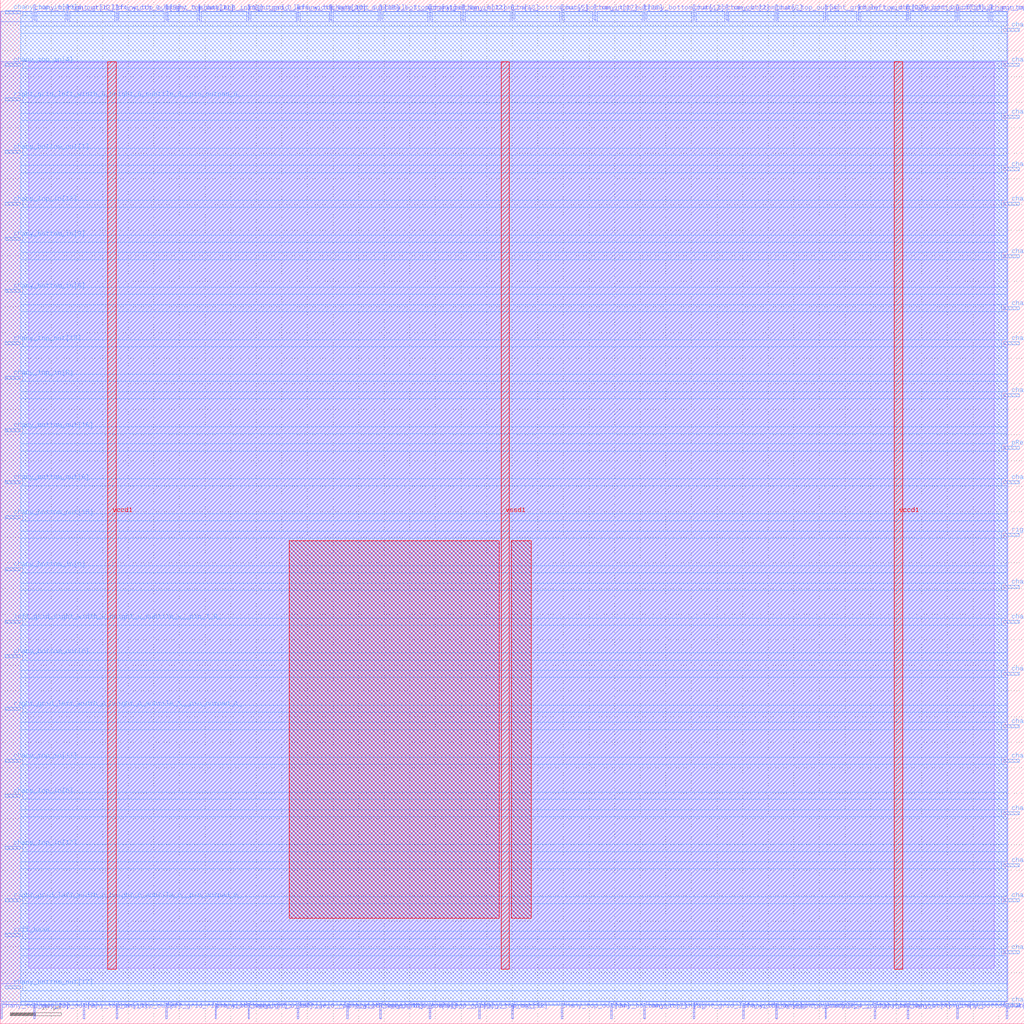
<source format=lef>
VERSION 5.7 ;
  NOWIREEXTENSIONATPIN ON ;
  DIVIDERCHAR "/" ;
  BUSBITCHARS "[]" ;
MACRO cby_4__1_
  CLASS BLOCK ;
  FOREIGN cby_4__1_ ;
  ORIGIN 0.000 0.000 ;
  SIZE 200.000 BY 200.000 ;
  PIN ccff_head
    DIRECTION INPUT ;
    USE SIGNAL ;
    PORT
      LAYER met3 ;
        RECT 1.000 17.040 4.000 17.640 ;
    END
  END ccff_head
  PIN ccff_tail
    DIRECTION OUTPUT TRISTATE ;
    USE SIGNAL ;
    PORT
      LAYER met2 ;
        RECT 186.850 196.000 187.130 199.000 ;
    END
  END ccff_tail
  PIN chany_bottom_in[0]
    DIRECTION INPUT ;
    USE SIGNAL ;
    PORT
      LAYER met3 ;
        RECT 1.000 88.440 4.000 89.040 ;
    END
  END chany_bottom_in[0]
  PIN chany_bottom_in[10]
    DIRECTION INPUT ;
    USE SIGNAL ;
    PORT
      LAYER met2 ;
        RECT 177.190 1.000 177.470 4.000 ;
    END
  END chany_bottom_in[10]
  PIN chany_bottom_in[11]
    DIRECTION INPUT ;
    USE SIGNAL ;
    PORT
      LAYER met2 ;
        RECT 74.150 196.000 74.430 199.000 ;
    END
  END chany_bottom_in[11]
  PIN chany_bottom_in[12]
    DIRECTION INPUT ;
    USE SIGNAL ;
    PORT
      LAYER met2 ;
        RECT 83.810 196.000 84.090 199.000 ;
    END
  END chany_bottom_in[12]
  PIN chany_bottom_in[13]
    DIRECTION INPUT ;
    USE SIGNAL ;
    PORT
      LAYER met2 ;
        RECT 90.250 196.000 90.530 199.000 ;
    END
  END chany_bottom_in[13]
  PIN chany_bottom_in[14]
    DIRECTION INPUT ;
    USE SIGNAL ;
    PORT
      LAYER met2 ;
        RECT 74.150 1.000 74.430 4.000 ;
    END
  END chany_bottom_in[14]
  PIN chany_bottom_in[15]
    DIRECTION INPUT ;
    USE SIGNAL ;
    PORT
      LAYER met3 ;
        RECT 196.000 40.840 199.000 41.440 ;
    END
  END chany_bottom_in[15]
  PIN chany_bottom_in[16]
    DIRECTION INPUT ;
    USE SIGNAL ;
    PORT
      LAYER met2 ;
        RECT 177.190 196.000 177.470 199.000 ;
    END
  END chany_bottom_in[16]
  PIN chany_bottom_in[17]
    DIRECTION INPUT ;
    USE SIGNAL ;
    PORT
      LAYER met2 ;
        RECT 109.570 196.000 109.850 199.000 ;
    END
  END chany_bottom_in[17]
  PIN chany_bottom_in[18]
    DIRECTION INPUT ;
    USE SIGNAL ;
    PORT
      LAYER met2 ;
        RECT 67.710 1.000 67.990 4.000 ;
    END
  END chany_bottom_in[18]
  PIN chany_bottom_in[1]
    DIRECTION INPUT ;
    USE SIGNAL ;
    PORT
      LAYER met3 ;
        RECT 196.000 57.840 199.000 58.440 ;
    END
  END chany_bottom_in[1]
  PIN chany_bottom_in[2]
    DIRECTION INPUT ;
    USE SIGNAL ;
    PORT
      LAYER met3 ;
        RECT 196.000 85.040 199.000 85.640 ;
    END
  END chany_bottom_in[2]
  PIN chany_bottom_in[3]
    DIRECTION INPUT ;
    USE SIGNAL ;
    PORT
      LAYER met3 ;
        RECT 196.000 176.840 199.000 177.440 ;
    END
  END chany_bottom_in[3]
  PIN chany_bottom_in[4]
    DIRECTION INPUT ;
    USE SIGNAL ;
    PORT
      LAYER met3 ;
        RECT 196.000 159.840 199.000 160.440 ;
    END
  END chany_bottom_in[4]
  PIN chany_bottom_in[5]
    DIRECTION INPUT ;
    USE SIGNAL ;
    PORT
      LAYER met3 ;
        RECT 196.000 23.840 199.000 24.440 ;
    END
  END chany_bottom_in[5]
  PIN chany_bottom_in[6]
    DIRECTION INPUT ;
    USE SIGNAL ;
    PORT
      LAYER met3 ;
        RECT 1.000 142.840 4.000 143.440 ;
    END
  END chany_bottom_in[6]
  PIN chany_bottom_in[7]
    DIRECTION INPUT ;
    USE SIGNAL ;
    PORT
      LAYER met2 ;
        RECT 41.950 1.000 42.230 4.000 ;
    END
  END chany_bottom_in[7]
  PIN chany_bottom_in[8]
    DIRECTION INPUT ;
    USE SIGNAL ;
    PORT
      LAYER met3 ;
        RECT 196.000 132.640 199.000 133.240 ;
    END
  END chany_bottom_in[8]
  PIN chany_bottom_in[9]
    DIRECTION INPUT ;
    USE SIGNAL ;
    PORT
      LAYER met3 ;
        RECT 1.000 153.040 4.000 153.640 ;
    END
  END chany_bottom_in[9]
  PIN chany_bottom_out[0]
    DIRECTION OUTPUT TRISTATE ;
    USE SIGNAL ;
    PORT
      LAYER met3 ;
        RECT 1.000 71.440 4.000 72.040 ;
    END
  END chany_bottom_out[0]
  PIN chany_bottom_out[10]
    DIRECTION OUTPUT TRISTATE ;
    USE SIGNAL ;
    PORT
      LAYER met3 ;
        RECT 196.000 139.440 199.000 140.040 ;
    END
  END chany_bottom_out[10]
  PIN chany_bottom_out[11]
    DIRECTION OUTPUT TRISTATE ;
    USE SIGNAL ;
    PORT
      LAYER met2 ;
        RECT 186.850 1.000 187.130 4.000 ;
    END
  END chany_bottom_out[11]
  PIN chany_bottom_out[12]
    DIRECTION OUTPUT TRISTATE ;
    USE SIGNAL ;
    PORT
      LAYER met2 ;
        RECT 125.670 196.000 125.950 199.000 ;
    END
  END chany_bottom_out[12]
  PIN chany_bottom_out[13]
    DIRECTION OUTPUT TRISTATE ;
    USE SIGNAL ;
    PORT
      LAYER met2 ;
        RECT 6.530 196.000 6.810 199.000 ;
    END
  END chany_bottom_out[13]
  PIN chany_bottom_out[14]
    DIRECTION OUTPUT TRISTATE ;
    USE SIGNAL ;
    PORT
      LAYER met3 ;
        RECT 196.000 149.640 199.000 150.240 ;
    END
  END chany_bottom_out[14]
  PIN chany_bottom_out[15]
    DIRECTION OUTPUT TRISTATE ;
    USE SIGNAL ;
    PORT
      LAYER met3 ;
        RECT 1.000 98.640 4.000 99.240 ;
    END
  END chany_bottom_out[15]
  PIN chany_bottom_out[16]
    DIRECTION OUTPUT TRISTATE ;
    USE SIGNAL ;
    PORT
      LAYER met3 ;
        RECT 1.000 115.640 4.000 116.240 ;
    END
  END chany_bottom_out[16]
  PIN chany_bottom_out[17]
    DIRECTION OUTPUT TRISTATE ;
    USE SIGNAL ;
    PORT
      LAYER met3 ;
        RECT 1.000 6.840 4.000 7.440 ;
    END
  END chany_bottom_out[17]
  PIN chany_bottom_out[18]
    DIRECTION OUTPUT TRISTATE ;
    USE SIGNAL ;
    PORT
      LAYER met2 ;
        RECT 151.430 1.000 151.710 4.000 ;
    END
  END chany_bottom_out[18]
  PIN chany_bottom_out[1]
    DIRECTION OUTPUT TRISTATE ;
    USE SIGNAL ;
    PORT
      LAYER met3 ;
        RECT 1.000 170.040 4.000 170.640 ;
    END
  END chany_bottom_out[1]
  PIN chany_bottom_out[2]
    DIRECTION OUTPUT TRISTATE ;
    USE SIGNAL ;
    PORT
      LAYER met2 ;
        RECT 135.330 196.000 135.610 199.000 ;
    END
  END chany_bottom_out[2]
  PIN chany_bottom_out[3]
    DIRECTION OUTPUT TRISTATE ;
    USE SIGNAL ;
    PORT
      LAYER met2 ;
        RECT 141.770 196.000 142.050 199.000 ;
    END
  END chany_bottom_out[3]
  PIN chany_bottom_out[4]
    DIRECTION OUTPUT TRISTATE ;
    USE SIGNAL ;
    PORT
      LAYER met2 ;
        RECT 170.750 1.000 171.030 4.000 ;
    END
  END chany_bottom_out[4]
  PIN chany_bottom_out[5]
    DIRECTION OUTPUT TRISTATE ;
    USE SIGNAL ;
    PORT
      LAYER met2 ;
        RECT 99.910 196.000 100.190 199.000 ;
    END
  END chany_bottom_out[5]
  PIN chany_bottom_out[6]
    DIRECTION OUTPUT TRISTATE ;
    USE SIGNAL ;
    PORT
      LAYER met3 ;
        RECT 196.000 166.640 199.000 167.240 ;
    END
  END chany_bottom_out[6]
  PIN chany_bottom_out[7]
    DIRECTION OUTPUT TRISTATE ;
    USE SIGNAL ;
    PORT
      LAYER met2 ;
        RECT 119.230 1.000 119.510 4.000 ;
    END
  END chany_bottom_out[7]
  PIN chany_bottom_out[8]
    DIRECTION OUTPUT TRISTATE ;
    USE SIGNAL ;
    PORT
      LAYER met3 ;
        RECT 1.000 105.440 4.000 106.040 ;
    END
  END chany_bottom_out[8]
  PIN chany_bottom_out[9]
    DIRECTION OUTPUT TRISTATE ;
    USE SIGNAL ;
    PORT
      LAYER met3 ;
        RECT 196.000 3.440 199.000 4.040 ;
    END
  END chany_bottom_out[9]
  PIN chany_top_in[0]
    DIRECTION INPUT ;
    USE SIGNAL ;
    PORT
      LAYER met3 ;
        RECT 196.000 78.240 199.000 78.840 ;
    END
  END chany_top_in[0]
  PIN chany_top_in[10]
    DIRECTION INPUT ;
    USE SIGNAL ;
    PORT
      LAYER met3 ;
        RECT 1.000 197.240 4.000 197.840 ;
    END
  END chany_top_in[10]
  PIN chany_top_in[11]
    DIRECTION INPUT ;
    USE SIGNAL ;
    PORT
      LAYER met3 ;
        RECT 1.000 51.040 4.000 51.640 ;
    END
  END chany_top_in[11]
  PIN chany_top_in[12]
    DIRECTION INPUT ;
    USE SIGNAL ;
    PORT
      LAYER met3 ;
        RECT 1.000 159.840 4.000 160.440 ;
    END
  END chany_top_in[12]
  PIN chany_top_in[13]
    DIRECTION INPUT ;
    USE SIGNAL ;
    PORT
      LAYER met3 ;
        RECT 1.000 34.040 4.000 34.640 ;
    END
  END chany_top_in[13]
  PIN chany_top_in[14]
    DIRECTION INPUT ;
    USE SIGNAL ;
    PORT
      LAYER met3 ;
        RECT 196.000 187.040 199.000 187.640 ;
    END
  END chany_top_in[14]
  PIN chany_top_in[15]
    DIRECTION INPUT ;
    USE SIGNAL ;
    PORT
      LAYER met2 ;
        RECT 38.730 196.000 39.010 199.000 ;
    END
  END chany_top_in[15]
  PIN chany_top_in[16]
    DIRECTION INPUT ;
    USE SIGNAL ;
    PORT
      LAYER met2 ;
        RECT 16.190 1.000 16.470 4.000 ;
    END
  END chany_top_in[16]
  PIN chany_top_in[17]
    DIRECTION INPUT ;
    USE SIGNAL ;
    PORT
      LAYER met2 ;
        RECT 48.390 1.000 48.670 4.000 ;
    END
  END chany_top_in[17]
  PIN chany_top_in[18]
    DIRECTION INPUT ;
    USE SIGNAL ;
    PORT
      LAYER met2 ;
        RECT 161.090 1.000 161.370 4.000 ;
    END
  END chany_top_in[18]
  PIN chany_top_in[1]
    DIRECTION INPUT ;
    USE SIGNAL ;
    PORT
      LAYER met3 ;
        RECT 196.000 68.040 199.000 68.640 ;
    END
  END chany_top_in[1]
  PIN chany_top_in[2]
    DIRECTION INPUT ;
    USE SIGNAL ;
    PORT
      LAYER met3 ;
        RECT 196.000 30.640 199.000 31.240 ;
    END
  END chany_top_in[2]
  PIN chany_top_in[3]
    DIRECTION INPUT ;
    USE SIGNAL ;
    PORT
      LAYER met2 ;
        RECT 125.670 1.000 125.950 4.000 ;
    END
  END chany_top_in[3]
  PIN chany_top_in[4]
    DIRECTION INPUT ;
    USE SIGNAL ;
    PORT
      LAYER met3 ;
        RECT 1.000 187.040 4.000 187.640 ;
    END
  END chany_top_in[4]
  PIN chany_top_in[5]
    DIRECTION INPUT ;
    USE SIGNAL ;
    PORT
      LAYER met2 ;
        RECT 196.510 1.000 196.790 4.000 ;
    END
  END chany_top_in[5]
  PIN chany_top_in[6]
    DIRECTION INPUT ;
    USE SIGNAL ;
    PORT
      LAYER met3 ;
        RECT 1.000 44.240 4.000 44.840 ;
    END
  END chany_top_in[6]
  PIN chany_top_in[7]
    DIRECTION INPUT ;
    USE SIGNAL ;
    PORT
      LAYER met3 ;
        RECT 196.000 51.040 199.000 51.640 ;
    END
  END chany_top_in[7]
  PIN chany_top_in[8]
    DIRECTION INPUT ;
    USE SIGNAL ;
    PORT
      LAYER met3 ;
        RECT 1.000 125.840 4.000 126.440 ;
    END
  END chany_top_in[8]
  PIN chany_top_in[9]
    DIRECTION INPUT ;
    USE SIGNAL ;
    PORT
      LAYER met2 ;
        RECT 144.990 1.000 145.270 4.000 ;
    END
  END chany_top_in[9]
  PIN chany_top_out[0]
    DIRECTION OUTPUT TRISTATE ;
    USE SIGNAL ;
    PORT
      LAYER met3 ;
        RECT 196.000 122.440 199.000 123.040 ;
    END
  END chany_top_out[0]
  PIN chany_top_out[10]
    DIRECTION OUTPUT TRISTATE ;
    USE SIGNAL ;
    PORT
      LAYER met2 ;
        RECT 58.050 196.000 58.330 199.000 ;
    END
  END chany_top_out[10]
  PIN chany_top_out[11]
    DIRECTION OUTPUT TRISTATE ;
    USE SIGNAL ;
    PORT
      LAYER met2 ;
        RECT 32.290 196.000 32.570 199.000 ;
    END
  END chany_top_out[11]
  PIN chany_top_out[12]
    DIRECTION OUTPUT TRISTATE ;
    USE SIGNAL ;
    PORT
      LAYER met2 ;
        RECT 93.470 1.000 93.750 4.000 ;
    END
  END chany_top_out[12]
  PIN chany_top_out[13]
    DIRECTION OUTPUT TRISTATE ;
    USE SIGNAL ;
    PORT
      LAYER met2 ;
        RECT 0.090 1.000 0.370 4.000 ;
    END
  END chany_top_out[13]
  PIN chany_top_out[14]
    DIRECTION OUTPUT TRISTATE ;
    USE SIGNAL ;
    PORT
      LAYER met2 ;
        RECT 109.570 1.000 109.850 4.000 ;
    END
  END chany_top_out[14]
  PIN chany_top_out[15]
    DIRECTION OUTPUT TRISTATE ;
    USE SIGNAL ;
    PORT
      LAYER met2 ;
        RECT 64.490 196.000 64.770 199.000 ;
    END
  END chany_top_out[15]
  PIN chany_top_out[16]
    DIRECTION OUTPUT TRISTATE ;
    USE SIGNAL ;
    PORT
      LAYER met2 ;
        RECT 116.010 196.000 116.290 199.000 ;
    END
  END chany_top_out[16]
  PIN chany_top_out[17]
    DIRECTION OUTPUT TRISTATE ;
    USE SIGNAL ;
    PORT
      LAYER met2 ;
        RECT 167.530 196.000 167.810 199.000 ;
    END
  END chany_top_out[17]
  PIN chany_top_out[18]
    DIRECTION OUTPUT TRISTATE ;
    USE SIGNAL ;
    PORT
      LAYER met3 ;
        RECT 1.000 132.640 4.000 133.240 ;
    END
  END chany_top_out[18]
  PIN chany_top_out[1]
    DIRECTION OUTPUT TRISTATE ;
    USE SIGNAL ;
    PORT
      LAYER met2 ;
        RECT 22.630 1.000 22.910 4.000 ;
    END
  END chany_top_out[1]
  PIN chany_top_out[2]
    DIRECTION OUTPUT TRISTATE ;
    USE SIGNAL ;
    PORT
      LAYER met2 ;
        RECT 6.530 1.000 6.810 4.000 ;
    END
  END chany_top_out[2]
  PIN chany_top_out[3]
    DIRECTION OUTPUT TRISTATE ;
    USE SIGNAL ;
    PORT
      LAYER met2 ;
        RECT 193.290 196.000 193.570 199.000 ;
    END
  END chany_top_out[3]
  PIN chany_top_out[4]
    DIRECTION OUTPUT TRISTATE ;
    USE SIGNAL ;
    PORT
      LAYER met2 ;
        RECT 151.430 196.000 151.710 199.000 ;
    END
  END chany_top_out[4]
  PIN chany_top_out[5]
    DIRECTION OUTPUT TRISTATE ;
    USE SIGNAL ;
    PORT
      LAYER met2 ;
        RECT 83.810 1.000 84.090 4.000 ;
    END
  END chany_top_out[5]
  PIN chany_top_out[6]
    DIRECTION OUTPUT TRISTATE ;
    USE SIGNAL ;
    PORT
      LAYER met3 ;
        RECT 196.000 193.840 199.000 194.440 ;
    END
  END chany_top_out[6]
  PIN chany_top_out[7]
    DIRECTION OUTPUT TRISTATE ;
    USE SIGNAL ;
    PORT
      LAYER met3 ;
        RECT 196.000 13.640 199.000 14.240 ;
    END
  END chany_top_out[7]
  PIN chany_top_out[8]
    DIRECTION OUTPUT TRISTATE ;
    USE SIGNAL ;
    PORT
      LAYER met2 ;
        RECT 22.630 196.000 22.910 199.000 ;
    END
  END chany_top_out[8]
  PIN chany_top_out[9]
    DIRECTION OUTPUT TRISTATE ;
    USE SIGNAL ;
    PORT
      LAYER met3 ;
        RECT 196.000 105.440 199.000 106.040 ;
    END
  END chany_top_out[9]
  PIN left_grid_right_width_0_height_0_subtile_0__pin_I_1_
    DIRECTION OUTPUT TRISTATE ;
    USE SIGNAL ;
    PORT
      LAYER met2 ;
        RECT 32.290 1.000 32.570 4.000 ;
    END
  END left_grid_right_width_0_height_0_subtile_0__pin_I_1_
  PIN left_grid_right_width_0_height_0_subtile_0__pin_I_5_
    DIRECTION OUTPUT TRISTATE ;
    USE SIGNAL ;
    PORT
      LAYER met2 ;
        RECT 58.050 1.000 58.330 4.000 ;
    END
  END left_grid_right_width_0_height_0_subtile_0__pin_I_5_
  PIN left_grid_right_width_0_height_0_subtile_0__pin_I_9_
    DIRECTION OUTPUT TRISTATE ;
    USE SIGNAL ;
    PORT
      LAYER met3 ;
        RECT 1.000 78.240 4.000 78.840 ;
    END
  END left_grid_right_width_0_height_0_subtile_0__pin_I_9_
  PIN pReset
    DIRECTION INPUT ;
    USE SIGNAL ;
    PORT
      LAYER met3 ;
        RECT 196.000 112.240 199.000 112.840 ;
    END
  END pReset
  PIN prog_clk
    DIRECTION INPUT ;
    USE SIGNAL ;
    PORT
      LAYER met2 ;
        RECT 99.910 1.000 100.190 4.000 ;
    END
  END prog_clk
  PIN right_grid_left_width_0_height_0_subtile_0__pin_outpad_0_
    DIRECTION OUTPUT TRISTATE ;
    USE SIGNAL ;
    PORT
      LAYER met3 ;
        RECT 1.000 23.840 4.000 24.440 ;
    END
  END right_grid_left_width_0_height_0_subtile_0__pin_outpad_0_
  PIN right_grid_left_width_0_height_0_subtile_1__pin_outpad_0_
    DIRECTION OUTPUT TRISTATE ;
    USE SIGNAL ;
    PORT
      LAYER met2 ;
        RECT 161.090 196.000 161.370 199.000 ;
    END
  END right_grid_left_width_0_height_0_subtile_1__pin_outpad_0_
  PIN right_grid_left_width_0_height_0_subtile_2__pin_outpad_0_
    DIRECTION OUTPUT TRISTATE ;
    USE SIGNAL ;
    PORT
      LAYER met2 ;
        RECT 12.970 196.000 13.250 199.000 ;
    END
  END right_grid_left_width_0_height_0_subtile_2__pin_outpad_0_
  PIN right_grid_left_width_0_height_0_subtile_3__pin_outpad_0_
    DIRECTION OUTPUT TRISTATE ;
    USE SIGNAL ;
    PORT
      LAYER met2 ;
        RECT 48.390 196.000 48.670 199.000 ;
    END
  END right_grid_left_width_0_height_0_subtile_3__pin_outpad_0_
  PIN right_grid_left_width_0_height_0_subtile_4__pin_outpad_0_
    DIRECTION OUTPUT TRISTATE ;
    USE SIGNAL ;
    PORT
      LAYER met2 ;
        RECT 135.330 1.000 135.610 4.000 ;
    END
  END right_grid_left_width_0_height_0_subtile_4__pin_outpad_0_
  PIN right_grid_left_width_0_height_0_subtile_5__pin_outpad_0_
    DIRECTION OUTPUT TRISTATE ;
    USE SIGNAL ;
    PORT
      LAYER met3 ;
        RECT 1.000 61.240 4.000 61.840 ;
    END
  END right_grid_left_width_0_height_0_subtile_5__pin_outpad_0_
  PIN right_grid_left_width_0_height_0_subtile_6__pin_outpad_0_
    DIRECTION OUTPUT TRISTATE ;
    USE SIGNAL ;
    PORT
      LAYER met3 ;
        RECT 1.000 180.240 4.000 180.840 ;
    END
  END right_grid_left_width_0_height_0_subtile_6__pin_outpad_0_
  PIN right_grid_left_width_0_height_0_subtile_7__pin_outpad_0_
    DIRECTION OUTPUT TRISTATE ;
    USE SIGNAL ;
    PORT
      LAYER met3 ;
        RECT 196.000 95.240 199.000 95.840 ;
    END
  END right_grid_left_width_0_height_0_subtile_7__pin_outpad_0_
  PIN vccd1
    DIRECTION INOUT ;
    USE POWER ;
    PORT
      LAYER met4 ;
        RECT 21.040 10.640 22.640 187.920 ;
    END
    PORT
      LAYER met4 ;
        RECT 174.640 10.640 176.240 187.920 ;
    END
  END vccd1
  PIN vssd1
    DIRECTION INOUT ;
    USE GROUND ;
    PORT
      LAYER met4 ;
        RECT 97.840 10.640 99.440 187.920 ;
    END
  END vssd1
  OBS
      LAYER li1 ;
        RECT 5.520 10.795 194.120 187.765 ;
      LAYER met1 ;
        RECT 0.070 7.860 196.810 187.920 ;
      LAYER met2 ;
        RECT 0.100 195.720 6.250 197.725 ;
        RECT 7.090 195.720 12.690 197.725 ;
        RECT 13.530 195.720 22.350 197.725 ;
        RECT 23.190 195.720 32.010 197.725 ;
        RECT 32.850 195.720 38.450 197.725 ;
        RECT 39.290 195.720 48.110 197.725 ;
        RECT 48.950 195.720 57.770 197.725 ;
        RECT 58.610 195.720 64.210 197.725 ;
        RECT 65.050 195.720 73.870 197.725 ;
        RECT 74.710 195.720 83.530 197.725 ;
        RECT 84.370 195.720 89.970 197.725 ;
        RECT 90.810 195.720 99.630 197.725 ;
        RECT 100.470 195.720 109.290 197.725 ;
        RECT 110.130 195.720 115.730 197.725 ;
        RECT 116.570 195.720 125.390 197.725 ;
        RECT 126.230 195.720 135.050 197.725 ;
        RECT 135.890 195.720 141.490 197.725 ;
        RECT 142.330 195.720 151.150 197.725 ;
        RECT 151.990 195.720 160.810 197.725 ;
        RECT 161.650 195.720 167.250 197.725 ;
        RECT 168.090 195.720 176.910 197.725 ;
        RECT 177.750 195.720 186.570 197.725 ;
        RECT 187.410 195.720 193.010 197.725 ;
        RECT 193.850 195.720 196.780 197.725 ;
        RECT 0.100 4.280 196.780 195.720 ;
        RECT 0.650 3.670 6.250 4.280 ;
        RECT 7.090 3.670 15.910 4.280 ;
        RECT 16.750 3.670 22.350 4.280 ;
        RECT 23.190 3.670 32.010 4.280 ;
        RECT 32.850 3.670 41.670 4.280 ;
        RECT 42.510 3.670 48.110 4.280 ;
        RECT 48.950 3.670 57.770 4.280 ;
        RECT 58.610 3.670 67.430 4.280 ;
        RECT 68.270 3.670 73.870 4.280 ;
        RECT 74.710 3.670 83.530 4.280 ;
        RECT 84.370 3.670 93.190 4.280 ;
        RECT 94.030 3.670 99.630 4.280 ;
        RECT 100.470 3.670 109.290 4.280 ;
        RECT 110.130 3.670 118.950 4.280 ;
        RECT 119.790 3.670 125.390 4.280 ;
        RECT 126.230 3.670 135.050 4.280 ;
        RECT 135.890 3.670 144.710 4.280 ;
        RECT 145.550 3.670 151.150 4.280 ;
        RECT 151.990 3.670 160.810 4.280 ;
        RECT 161.650 3.670 170.470 4.280 ;
        RECT 171.310 3.670 176.910 4.280 ;
        RECT 177.750 3.670 186.570 4.280 ;
        RECT 187.410 3.670 196.230 4.280 ;
      LAYER met3 ;
        RECT 4.400 196.840 196.570 197.705 ;
        RECT 4.000 194.840 196.570 196.840 ;
        RECT 4.000 193.440 195.600 194.840 ;
        RECT 4.000 188.040 196.570 193.440 ;
        RECT 4.400 186.640 195.600 188.040 ;
        RECT 4.000 181.240 196.570 186.640 ;
        RECT 4.400 179.840 196.570 181.240 ;
        RECT 4.000 177.840 196.570 179.840 ;
        RECT 4.000 176.440 195.600 177.840 ;
        RECT 4.000 171.040 196.570 176.440 ;
        RECT 4.400 169.640 196.570 171.040 ;
        RECT 4.000 167.640 196.570 169.640 ;
        RECT 4.000 166.240 195.600 167.640 ;
        RECT 4.000 160.840 196.570 166.240 ;
        RECT 4.400 159.440 195.600 160.840 ;
        RECT 4.000 154.040 196.570 159.440 ;
        RECT 4.400 152.640 196.570 154.040 ;
        RECT 4.000 150.640 196.570 152.640 ;
        RECT 4.000 149.240 195.600 150.640 ;
        RECT 4.000 143.840 196.570 149.240 ;
        RECT 4.400 142.440 196.570 143.840 ;
        RECT 4.000 140.440 196.570 142.440 ;
        RECT 4.000 139.040 195.600 140.440 ;
        RECT 4.000 133.640 196.570 139.040 ;
        RECT 4.400 132.240 195.600 133.640 ;
        RECT 4.000 126.840 196.570 132.240 ;
        RECT 4.400 125.440 196.570 126.840 ;
        RECT 4.000 123.440 196.570 125.440 ;
        RECT 4.000 122.040 195.600 123.440 ;
        RECT 4.000 116.640 196.570 122.040 ;
        RECT 4.400 115.240 196.570 116.640 ;
        RECT 4.000 113.240 196.570 115.240 ;
        RECT 4.000 111.840 195.600 113.240 ;
        RECT 4.000 106.440 196.570 111.840 ;
        RECT 4.400 105.040 195.600 106.440 ;
        RECT 4.000 99.640 196.570 105.040 ;
        RECT 4.400 98.240 196.570 99.640 ;
        RECT 4.000 96.240 196.570 98.240 ;
        RECT 4.000 94.840 195.600 96.240 ;
        RECT 4.000 89.440 196.570 94.840 ;
        RECT 4.400 88.040 196.570 89.440 ;
        RECT 4.000 86.040 196.570 88.040 ;
        RECT 4.000 84.640 195.600 86.040 ;
        RECT 4.000 79.240 196.570 84.640 ;
        RECT 4.400 77.840 195.600 79.240 ;
        RECT 4.000 72.440 196.570 77.840 ;
        RECT 4.400 71.040 196.570 72.440 ;
        RECT 4.000 69.040 196.570 71.040 ;
        RECT 4.000 67.640 195.600 69.040 ;
        RECT 4.000 62.240 196.570 67.640 ;
        RECT 4.400 60.840 196.570 62.240 ;
        RECT 4.000 58.840 196.570 60.840 ;
        RECT 4.000 57.440 195.600 58.840 ;
        RECT 4.000 52.040 196.570 57.440 ;
        RECT 4.400 50.640 195.600 52.040 ;
        RECT 4.000 45.240 196.570 50.640 ;
        RECT 4.400 43.840 196.570 45.240 ;
        RECT 4.000 41.840 196.570 43.840 ;
        RECT 4.000 40.440 195.600 41.840 ;
        RECT 4.000 35.040 196.570 40.440 ;
        RECT 4.400 33.640 196.570 35.040 ;
        RECT 4.000 31.640 196.570 33.640 ;
        RECT 4.000 30.240 195.600 31.640 ;
        RECT 4.000 24.840 196.570 30.240 ;
        RECT 4.400 23.440 195.600 24.840 ;
        RECT 4.000 18.040 196.570 23.440 ;
        RECT 4.400 16.640 196.570 18.040 ;
        RECT 4.000 14.640 196.570 16.640 ;
        RECT 4.000 13.240 195.600 14.640 ;
        RECT 4.000 7.840 196.570 13.240 ;
        RECT 4.400 6.440 196.570 7.840 ;
        RECT 4.000 4.440 196.570 6.440 ;
        RECT 4.000 3.590 195.600 4.440 ;
      LAYER met4 ;
        RECT 56.415 20.575 97.440 94.345 ;
        RECT 99.840 20.575 103.665 94.345 ;
  END
END cby_4__1_
END LIBRARY


</source>
